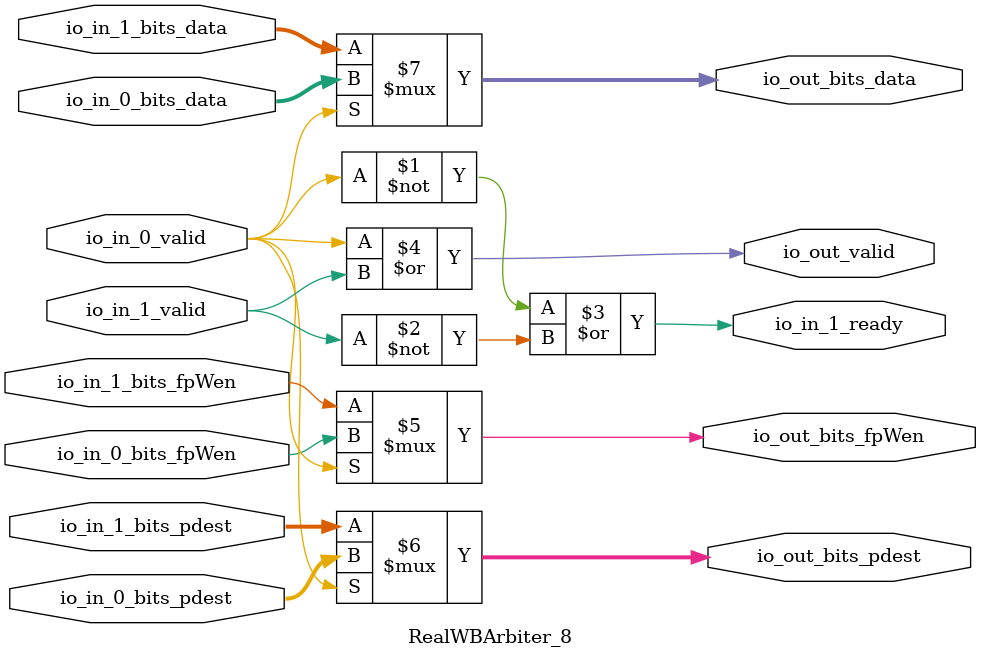
<source format=sv>
`ifndef RANDOMIZE
  `ifdef RANDOMIZE_MEM_INIT
    `define RANDOMIZE
  `endif // RANDOMIZE_MEM_INIT
`endif // not def RANDOMIZE
`ifndef RANDOMIZE
  `ifdef RANDOMIZE_REG_INIT
    `define RANDOMIZE
  `endif // RANDOMIZE_REG_INIT
`endif // not def RANDOMIZE

`ifndef RANDOM
  `define RANDOM $random
`endif // not def RANDOM

// Users can define INIT_RANDOM as general code that gets injected into the
// initializer block for modules with registers.
`ifndef INIT_RANDOM
  `define INIT_RANDOM
`endif // not def INIT_RANDOM

// If using random initialization, you can also define RANDOMIZE_DELAY to
// customize the delay used, otherwise 0.002 is used.
`ifndef RANDOMIZE_DELAY
  `define RANDOMIZE_DELAY 0.002
`endif // not def RANDOMIZE_DELAY

// Define INIT_RANDOM_PROLOG_ for use in our modules below.
`ifndef INIT_RANDOM_PROLOG_
  `ifdef RANDOMIZE
    `ifdef VERILATOR
      `define INIT_RANDOM_PROLOG_ `INIT_RANDOM
    `else  // VERILATOR
      `define INIT_RANDOM_PROLOG_ `INIT_RANDOM #`RANDOMIZE_DELAY begin end
    `endif // VERILATOR
  `else  // RANDOMIZE
    `define INIT_RANDOM_PROLOG_
  `endif // RANDOMIZE
`endif // not def INIT_RANDOM_PROLOG_

// Include register initializers in init blocks unless synthesis is set
`ifndef SYNTHESIS
  `ifndef ENABLE_INITIAL_REG_
    `define ENABLE_INITIAL_REG_
  `endif // not def ENABLE_INITIAL_REG_
`endif // not def SYNTHESIS

// Include rmemory initializers in init blocks unless synthesis is set
`ifndef SYNTHESIS
  `ifndef ENABLE_INITIAL_MEM_
    `define ENABLE_INITIAL_MEM_
  `endif // not def ENABLE_INITIAL_MEM_
`endif // not def SYNTHESIS

module RealWBArbiter_8(
  input         io_in_0_valid,
  input         io_in_0_bits_fpWen,
  input  [7:0]  io_in_0_bits_pdest,
  input  [63:0] io_in_0_bits_data,
  output        io_in_1_ready,
  input         io_in_1_valid,
  input         io_in_1_bits_fpWen,
  input  [7:0]  io_in_1_bits_pdest,
  input  [63:0] io_in_1_bits_data,
  output        io_out_valid,
  output        io_out_bits_fpWen,
  output [7:0]  io_out_bits_pdest,
  output [63:0] io_out_bits_data
);

  assign io_in_1_ready = ~io_in_0_valid | ~io_in_1_valid;
  assign io_out_valid = io_in_0_valid | io_in_1_valid;
  assign io_out_bits_fpWen = io_in_0_valid ? io_in_0_bits_fpWen : io_in_1_bits_fpWen;
  assign io_out_bits_pdest = io_in_0_valid ? io_in_0_bits_pdest : io_in_1_bits_pdest;
  assign io_out_bits_data = io_in_0_valid ? io_in_0_bits_data : io_in_1_bits_data;
endmodule


</source>
